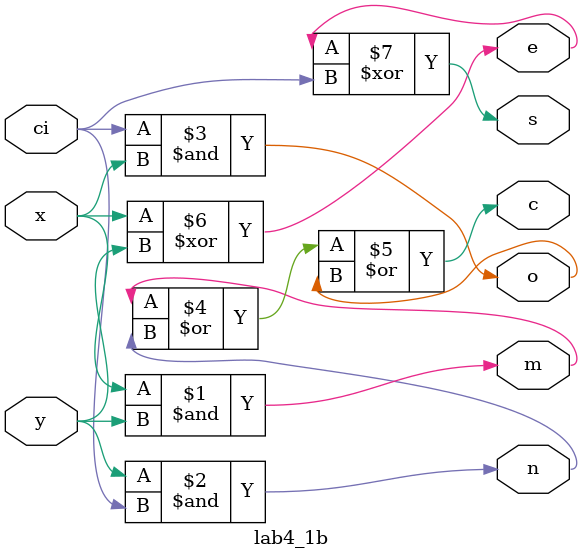
<source format=v>
module lab4_1b (x,y,ci,c,s,m,n,o,e);
input x,y,ci;
output c,s,m,n,o,e;
and(m,x,y);
and(n,y,ci);
and(o,ci,x);
or(c,m,n,o);
xor(e,x,y);
xor(s,e,ci);
endmodule

</source>
